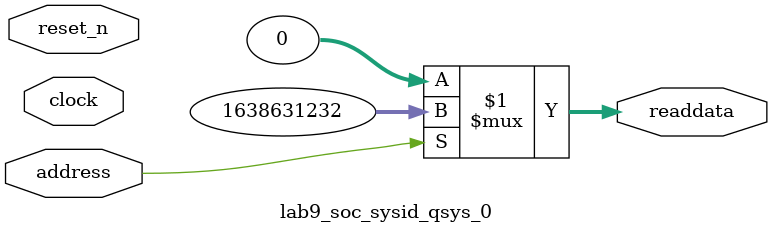
<source format=v>



// synthesis translate_off
`timescale 1ns / 1ps
// synthesis translate_on

// turn off superfluous verilog processor warnings 
// altera message_level Level1 
// altera message_off 10034 10035 10036 10037 10230 10240 10030 

module lab9_soc_sysid_qsys_0 (
               // inputs:
                address,
                clock,
                reset_n,

               // outputs:
                readdata
             )
;

  output  [ 31: 0] readdata;
  input            address;
  input            clock;
  input            reset_n;

  wire    [ 31: 0] readdata;
  //control_slave, which is an e_avalon_slave
  assign readdata = address ? 1638631232 : 0;

endmodule



</source>
